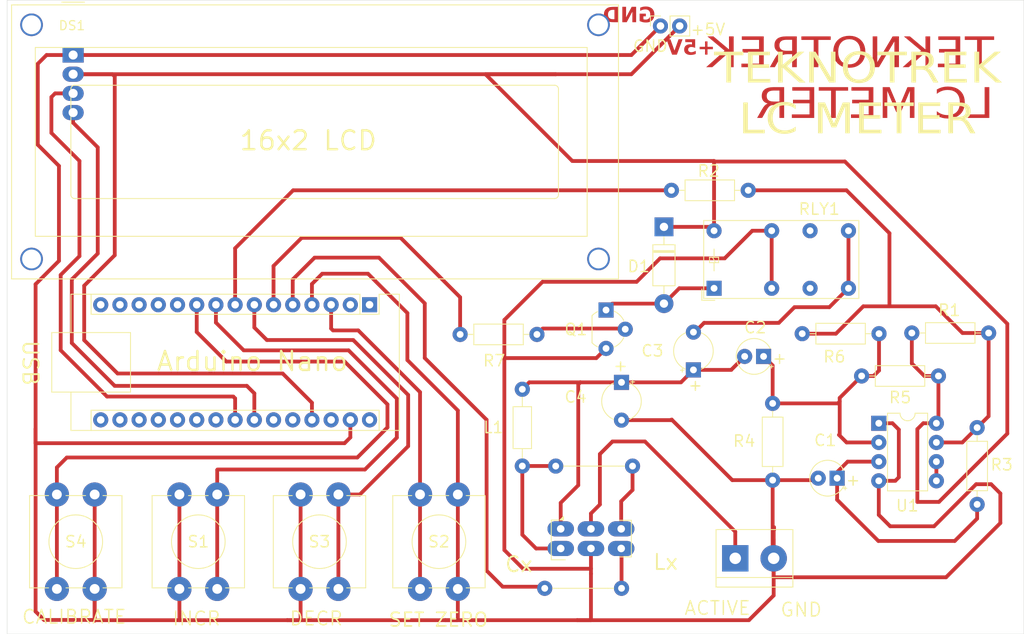
<source format=kicad_pcb>
(kicad_pcb (version 20240108) (generator "pcbnew") (generator_version "8.0")
  (layers (0 "F.Cu" signal) (31 "B.Cu" signal) (34 "B.Paste" user) (35 "F.Paste" user) (36 "B.SilkS" user "B.Silkscreen") (37 "F.SilkS" user "F.Silkscreen") (38 "B.Mask" user) (39 "F.Mask" user) (44 "Edge.Cuts" user))
  (net 0 "")
  (net 19 "Net-(A1-A5)")
  (net 20 "Net-(A1-+5V)")
  (net 21 "Net-(A1-A4)")
  (net 22 "Net-(A1-~{RESET}-Pad3)")
  (net 23 "GND")
  (net 24 "Net-(A1-D7)")
  (net 25 "Net-(A1-D6)")
  (net 26 "Net-(A1-D4)")
  (net 27 "Net-(U1--)")
  (net 28 "Net-(U1-+)")
  (net 29 "Net-(J1-Pin_1)")
  (net 30 "Net-(R1-Pad2)")
  (net 33 "Net-(U1-BAL)")
  (net 34 "Net-(D1-A)")
  (net 35 "Net-(Q1-B)")
  (net 36 "Net-(JP1-B)")
  (net 37 "Net-(JP1-A)")
  (net 38 "Net-(C2-Pad2)")
  (net 39 "Net-(A1-D3)")
  (net 40 "Net-(A1-D2)")
  (net 41 "Net-(C3-Pad2)")
  (net 42 "Net-(JP2-A)")
  (net 43 "Net-(A1-D5)")
  (footprint "My-Library:WC1602A-I2C" (layer "F.Cu") (at 79.0641 41.89)
    (property "Reference" "DS1" (at -0.1541 0.1 0) (layer "F.SilkS") (effects (font (size 1.2 1.2))))
    (property "Value" "WC1602A-I2C")
    (pad "" thru_hole circle (at -5.4991 0) (size 3 3) (drill 2.5) (layers "*.Cu" "*.Mask"))
    (pad "" thru_hole circle (at -5.4991 31.0007) (size 3 3) (drill 2.5) (layers "*.Cu" "*.Mask"))
    (pad "" thru_hole circle (at 69.49948 31.0007) (size 3 3) (drill 2.5) (layers "*.Cu" "*.Mask"))
    (pad "" thru_hole circle (at 69.5 0) (size 3 3) (drill 2.5) (layers "*.Cu" "*.Mask"))
    (pad "1" thru_hole rect (at 0 4 270) (size 2 2.8) (drill 1.2) (layers "*.Cu" "*.Mask") (net 23 "GND"))
    (pad "2" thru_hole oval (at 0 6.54 270) (size 2 2.8) (drill 1.2) (layers "*.Cu" "*.Mask") (net 20 "Net-(A1-+5V)"))
    (pad "3" thru_hole oval (at 0 9.08 270) (size 2 2.8) (drill 1.2) (layers "*.Cu" "*.Mask") (net 21 "Net-(A1-A4)"))
    (pad "4" thru_hole oval (at 0 11.62 270) (size 2 2.8) (drill 1.2) (layers "*.Cu" "*.Mask") (net 19 "Net-(A1-A5)"))
  )
  (footprint "Connector_PinSocket_2.54mm:PinSocket_1x02_P2.54mm_Vertical" (layer "F.Cu") (at 156.76 42.045 90)
    (property "Reference" "J2" (hide yes))
    (property "Value" "Power in")
    (pad "1" thru_hole circle (at 0 0 90) (size 2 2) (drill 1) (layers "*.Cu" "*.Mask") (net 23 "GND"))
    (pad "2" thru_hole circle (at 0 2.54 90) (size 2 2) (drill 1) (layers "*.Cu" "*.Mask") (net 20 "Net-(A1-+5V)"))
  )
  (footprint "Resistor_THT:R_Axial_DIN0207_L6.3mm_D2.5mm_P10.16mm_Horizontal" (layer "F.Cu") (at 151.61 116.49 180)
    (property "Reference" "JP2" (hide yes))
    (property "Value" "Jumper_2")
    (pad "1" thru_hole circle (at 0 0 270) (size 2 2) (drill 0.9) (layers "*.Cu" "*.Mask") (net 42 "Net-(JP2-A)"))
    (pad "2" thru_hole circle (at 10.16 0 270) (size 2 2) (drill 0.9) (layers "*.Cu" "*.Mask") (net 40 "Net-(A1-D2)"))
  )
  (footprint "Resistor_THT:R_Axial_DIN0207_L6.3mm_D2.5mm_P10.16mm_Horizontal" (layer "F.Cu") (at 185.67 82.78 180)
    (property "Reference" "R6" (at 5.9 -3.05 0) (layer "F.SilkS") (effects (font (size 1.5 1.5) (thickness 0.1875))))
    (property "Value" "100K")
    (pad "1" thru_hole circle (at 0 0 270) (size 2 2) (drill 0.9) (layers "*.Cu" "*.Mask") (net 28 "Net-(U1-+)"))
    (pad "2" thru_hole circle (at 10.16 0 270) (size 2 2) (drill 0.9) (layers "*.Cu" "*.Mask") (net 30 "Net-(R1-Pad2)"))
  )
  (footprint "Button_Switch_THT:SW_PUSH-12mm" (layer "F.Cu") (at 81.915 104.07 -90)
    (property "Reference" "S4" (at 6.25 2.5 180) (layer "F.SilkS") (effects (font (size 1.5 1.5) (thickness 0.1875))))
    (property "Value" "CALIBRATE")
    (pad "1" thru_hole circle (at 0 0 270) (size 3.2 3.2) (drill 1.3) (layers "*.Cu" "*.Mask") (net 23 "GND"))
    (pad "1" thru_hole circle (at 12.5 0 270) (size 3.2 3.2) (drill 1.3) (layers "*.Cu" "*.Mask") (net 23 "GND"))
    (pad "2" thru_hole circle (at 0 5 270) (size 3.2 3.2) (drill 1.3) (layers "*.Cu" "*.Mask") (net 24 "Net-(A1-D7)"))
    (pad "2" thru_hole circle (at 12.5 5 270) (size 3.2 3.2) (drill 1.3) (layers "*.Cu" "*.Mask") (net 24 "Net-(A1-D7)"))
  )
  (footprint "Capacitor_THT:CP_Radial_Tantal_D5.0mm_P5.00mm" (layer "F.Cu") (at 161.12 87.575113 90)
    (property "Reference" "C3" (at 2.525113 -5.42 180) (layer "F.SilkS") (effects (font (size 1.5 1.5) (thickness 0.1875))))
    (property "Value" "1nF")
    (pad "1" thru_hole rect (at 0 0 90) (size 2 2) (drill 0.9) (layers "*.Cu" "*.Mask") (net 38 "Net-(C2-Pad2)"))
    (pad "2" thru_hole circle (at 5 0 90) (size 2 2) (drill 0.9) (layers "*.Cu" "*.Mask") (net 41 "Net-(C3-Pad2)"))
  )
  (footprint "Button_Switch_THT:SW_PUSH-12mm" (layer "F.Cu") (at 93.125 116.57 90)
    (property "Reference" "S1" (at 6.25 2.5 180) (layer "F.SilkS") (effects (font (size 1.5 1.5) (thickness 0.1875))))
    (property "Value" "INCR")
    (pad "1" thru_hole circle (at 0 0 90) (size 3.2 3.2) (drill 1.3) (layers "*.Cu" "*.Mask") (net 23 "GND"))
    (pad "1" thru_hole circle (at 12.5 0 90) (size 3.2 3.2) (drill 1.3) (layers "*.Cu" "*.Mask") (net 23 "GND"))
    (pad "2" thru_hole circle (at 0 5 90) (size 3.2 3.2) (drill 1.3) (layers "*.Cu" "*.Mask") (net 25 "Net-(A1-D6)"))
    (pad "2" thru_hole circle (at 12.5 5 90) (size 3.2 3.2) (drill 1.3) (layers "*.Cu" "*.Mask") (net 25 "Net-(A1-D6)"))
  )
  (footprint "Resistor_THT:R_Axial_DIN0207_L6.3mm_D2.5mm_P10.16mm_Horizontal" (layer "F.Cu") (at 193.53 88.38 180)
    (property "Reference" "R5" (at 5.07 -2.85 0) (layer "F.SilkS") (effects (font (size 1.5 1.5) (thickness 0.1875))))
    (property "Value" "100K")
    (pad "1" thru_hole circle (at 0 0 270) (size 2 2) (drill 0.9) (layers "*.Cu" "*.Mask") (net 20 "Net-(A1-+5V)"))
    (pad "2" thru_hole circle (at 10.16 0 270) (size 2 2) (drill 0.9) (layers "*.Cu" "*.Mask") (net 28 "Net-(U1-+)"))
  )
  (footprint "Capacitor_THT:CP_Radial_Tantal_D5.0mm_P5.00mm" (layer "F.Cu") (at 151.605 89.224888 -90)
    (property "Reference" "C4" (at 1.935112 6.075 0) (layer "F.SilkS") (effects (font (size 1.5 1.5) (thickness 0.1875))))
    (property "Value" "1nF")
    (pad "1" thru_hole rect (at 0 0 270) (size 2 2) (drill 0.9) (layers "*.Cu" "*.Mask") (net 38 "Net-(C2-Pad2)"))
    (pad "2" thru_hole circle (at 5 0 270) (size 2 2) (drill 0.9) (layers "*.Cu" "*.Mask") (net 23 "GND"))
  )
  (footprint "Button_Switch_THT:SW_PUSH-12mm" (layer "F.Cu") (at 124.955 116.57 90)
    (property "Reference" "S2" (at 6.25 2.5 180) (layer "F.SilkS") (effects (font (size 1.5 1.5) (thickness 0.1875))))
    (property "Value" "SET ZERO")
    (pad "1" thru_hole circle (at 0 0 90) (size 3.2 3.2) (drill 1.3) (layers "*.Cu" "*.Mask") (net 22 "Net-(A1-~{RESET}-Pad3)"))
    (pad "1" thru_hole circle (at 12.5 0 90) (size 3.2 3.2) (drill 1.3) (layers "*.Cu" "*.Mask") (net 22 "Net-(A1-~{RESET}-Pad3)"))
    (pad "2" thru_hole circle (at 0 5 90) (size 3.2 3.2) (drill 1.3) (layers "*.Cu" "*.Mask") (net 23 "GND"))
    (pad "2" thru_hole circle (at 12.5 5 90) (size 3.2 3.2) (drill 1.3) (layers "*.Cu" "*.Mask") (net 23 "GND"))
  )
  (footprint "My-Library:TIANBO-HJR1-2CL-05V-footer" (layer "F.Cu") (at 163.85 76.77)
    (property "Reference" "RLY1" (at 13.91 -10.49 0) (layer "F.SilkS") (effects (font (size 1.5 1.5) (thickness 0.1875))))
    (property "Value" "5V/10mA")
    (pad "1" thru_hole circle (at 0 -7.62 90) (size 2 2) (drill 0.9) (layers "*.Cu" "*.Mask") (net 20 "Net-(A1-+5V)"))
    (pad "4" thru_hole circle (at 7.62 -7.62 90) (size 2 2) (drill 0.9) (layers "*.Cu" "*.Mask") (net 23 "GND"))
    (pad "6" thru_hole circle (at 12.7 -7.62 90) (size 2 2) (drill 0.9) (layers "*.Cu" "*.Mask"))
    (pad "8" thru_hole circle (at 17.78 -7.62 90) (size 2 2) (drill 0.9) (layers "*.Cu" "*.Mask") (net 41 "Net-(C3-Pad2)"))
    (pad "9" thru_hole circle (at 17.78 0 90) (size 2 2) (drill 0.9) (layers "*.Cu" "*.Mask") (net 41 "Net-(C3-Pad2)"))
    (pad "11" thru_hole circle (at 12.7 0 90) (size 2 2) (drill 0.9) (layers "*.Cu" "*.Mask"))
    (pad "13" thru_hole circle (at 7.62 0 90) (size 2 2) (drill 0.9) (layers "*.Cu" "*.Mask") (net 23 "GND"))
    (pad "16" thru_hole rect (at 0 0) (size 2 2) (drill 0.9) (layers "*.Cu" "*.Mask") (net 34 "Net-(D1-A)"))
  )
  (footprint "Package_TO_SOT_THT:TO-92_Wide" (layer "F.Cu") (at 149.56 79.65 -90)
    (property "Reference" "Q1" (at 2.57 3.98 180) (layer "F.SilkS") (effects (font (size 1.5 1.5) (thickness 0.1875))))
    (property "Value" "BC547")
    (pad "1" thru_hole rect (at 0 0 270) (size 2 2) (drill 0.9) (layers "*.Cu" "*.Mask") (net 34 "Net-(D1-A)"))
    (pad "2" thru_hole circle (at 2.54 -2.54) (size 2 2) (drill 0.9) (layers "*.Cu" "*.Mask") (net 35 "Net-(Q1-B)"))
    (pad "3" thru_hole circle (at 5.08 0) (size 2 2) (drill 0.9) (layers "*.Cu" "*.Mask") (net 23 "GND"))
  )
  (footprint "My-Library:SW_CK_" (layer "F.Cu") (at 147.565 111.2175)
    (property "Reference" "SW1" (hide yes))
    (property "Value" "SW_Slide_DPDT")
    (pad "1" thru_hole oval (at -4 -2.6) (size 3.5 2) (drill 1) (layers "*.Cu" "*.Mask") (net 38 "Net-(C2-Pad2)"))
    (pad "2" thru_hole oval (at 0 -2.6) (size 3.5 2) (drill 1) (layers "*.Cu" "*.Mask") (net 29 "Net-(J1-Pin_1)"))
    (pad "3" thru_hole oval (at 4 -2.6) (size 3.5 2) (drill 1) (layers "*.Cu" "*.Mask") (net 36 "Net-(JP1-B)"))
    (pad "4" thru_hole oval (at 4 0) (size 3.5 2) (drill 1) (layers "*.Cu" "*.Mask") (net 42 "Net-(JP2-A)"))
    (pad "5" thru_hole oval (at 0 0) (size 3.5 2) (drill 1) (layers "*.Cu" "*.Mask") (net 23 "GND"))
    (pad "6" thru_hole oval (at -4 0) (size 3.5 2) (drill 1) (layers "*.Cu" "*.Mask") (net 37 "Net-(JP1-A)"))
  )
  (footprint "Diode_THT:D_DO-41_SOD81_P10.16mm_Horizontal" (layer "F.Cu") (at 157.22 68.64 -90)
    (property "Reference" "D1" (at 5.23 3.34 180) (layer "F.SilkS") (effects (font (size 1.5 1.5) (thickness 0.1875))))
    (property "Value" "1N4007")
    (pad "1" thru_hole rect (at 0 0 270) (size 2.5 2.5) (drill 1.1) (layers "*.Cu" "*.Mask") (net 20 "Net-(A1-+5V)"))
    (pad "2" thru_hole circle (at 10.16 0 270) (size 2.5 2.5) (drill 1.1) (layers "*.Cu" "*.Mask") (net 34 "Net-(D1-A)"))
  )
  (footprint "Resistor_THT:R_Axial_DIN0207_L6.3mm_D2.5mm_P10.16mm_Horizontal" (layer "F.Cu") (at 190.01 82.69)
    (property "Reference" "R1" (at 4.95 -3.01 0) (layer "F.SilkS") (effects (font (size 1.5 1.5) (thickness 0.1875))))
    (property "Value" "4.7K")
    (pad "1" thru_hole circle (at 0 0 90) (size 2 2) (drill 0.9) (layers "*.Cu" "*.Mask") (net 20 "Net-(A1-+5V)"))
    (pad "2" thru_hole circle (at 10.16 0 90) (size 2 2) (drill 0.9) (layers "*.Cu" "*.Mask") (net 30 "Net-(R1-Pad2)"))
  )
  (footprint "Package_DIP:DIP-8_W7.62mm" (layer "F.Cu") (at 185.64 94.64)
    (property "Reference" "U1" (at 3.77 10.91 0) (layer "F.SilkS") (effects (font (size 1.5 1.5) (thickness 0.1875))))
    (property "Value" "LM311")
    (pad "1" thru_hole rect (at 0 0) (size 2 2) (drill 0.9) (layers "*.Cu" "*.Mask") (net 23 "GND"))
    (pad "2" thru_hole circle (at 0 2.54 90) (size 2 2) (drill 0.9) (layers "*.Cu" "*.Mask") (net 28 "Net-(U1-+)"))
    (pad "3" thru_hole circle (at 0 5.08 90) (size 2 2) (drill 0.9) (layers "*.Cu" "*.Mask") (net 27 "Net-(U1--)"))
    (pad "4" thru_hole circle (at 0 7.62 90) (size 2 2) (drill 0.9) (layers "*.Cu" "*.Mask") (net 23 "GND"))
    (pad "5" thru_hole circle (at 7.62 7.62 90) (size 2 2) (drill 0.9) (layers "*.Cu" "*.Mask") (net 33 "Net-(U1-BAL)"))
    (pad "6" thru_hole circle (at 7.62 5.08 90) (size 2 2) (drill 0.9) (layers "*.Cu" "*.Mask") (net 33 "Net-(U1-BAL)"))
    (pad "7" thru_hole circle (at 7.62 2.54 90) (size 2 2) (drill 0.9) (layers "*.Cu" "*.Mask") (net 30 "Net-(R1-Pad2)"))
    (pad "8" thru_hole circle (at 7.62 0 90) (size 2 2) (drill 0.9) (layers "*.Cu" "*.Mask") (net 20 "Net-(A1-+5V)"))
  )
  (footprint "Resistor_THT:R_Axial_DIN0207_L6.3mm_D2.5mm_P10.16mm_Horizontal" (layer "F.Cu") (at 142.905 100.31)
    (property "Reference" "JP1" (hide yes))
    (property "Value" "Jumper_2")
    (pad "1" thru_hole circle (at 0 0 90) (size 2 2) (drill 0.9) (layers "*.Cu" "*.Mask") (net 37 "Net-(JP1-A)"))
    (pad "2" thru_hole circle (at 10.16 0 90) (size 2 2) (drill 0.9) (layers "*.Cu" "*.Mask") (net 36 "Net-(JP1-B)"))
  )
  (footprint "Resistor_THT:R_Axial_DIN0207_L6.3mm_D2.5mm_P10.16mm_Horizontal" (layer "F.Cu") (at 140.42 82.88 180)
    (property "Reference" "R7" (at 5.66 -3.48 0) (layer "F.SilkS") (effects (font (size 1.5 1.5) (thickness 0.1875))))
    (property "Value" "1K")
    (pad "1" thru_hole circle (at 0 0 270) (size 2 2) (drill 0.9) (layers "*.Cu" "*.Mask") (net 35 "Net-(Q1-B)"))
    (pad "2" thru_hole circle (at 10.16 0 270) (size 2 2) (drill 0.9) (layers "*.Cu" "*.Mask") (net 39 "Net-(A1-D3)"))
  )
  (footprint "Capacitor_THT:CP_Radial_Tantal_D4.5mm_P2.50mm" (layer "F.Cu") (at 180.128856 101.91 180)
    (property "Reference" "C1" (at 1.568856 5.01 0) (layer "F.SilkS") (effects (font (size 1.5 1.5) (thickness 0.1875))))
    (property "Value" "10uF")
    (pad "1" thru_hole rect (at 0 0 180) (size 2 2) (drill 0.9) (layers "*.Cu" "*.Mask") (net 27 "Net-(U1--)"))
    (pad "2" thru_hole circle (at 2.5 0 270) (size 2 2) (drill 0.9) (layers "*.Cu" "*.Mask") (net 23 "GND"))
  )
  (footprint "Resistor_THT:R_Axial_DIN0207_L6.3mm_D2.5mm_P10.16mm_Horizontal" (layer "F.Cu") (at 198.65 105.38 90)
    (property "Reference" "R3" (at 5.25 3.25 180) (layer "F.SilkS") (effects (font (size 1.5 1.5) (thickness 0.1875))))
    (property "Value" "47K")
    (pad "1" thru_hole circle (at 0 0 180) (size 2 2) (drill 0.9) (layers "*.Cu" "*.Mask") (net 27 "Net-(U1--)"))
    (pad "2" thru_hole circle (at 10.16 0 180) (size 2 2) (drill 0.9) (layers "*.Cu" "*.Mask") (net 30 "Net-(R1-Pad2)"))
  )
  (footprint "Resistor_THT:R_Axial_DIN0207_L6.3mm_D2.5mm_P10.16mm_Horizontal" (layer "F.Cu") (at 171.6 92.01 -90)
    (property "Reference" "R4" (at 4.99 3.77 180) (layer "F.SilkS") (effects (font (size 1.5 1.5) (thickness 0.1875))))
    (property "Value" "100K")
    (pad "1" thru_hole circle (at 0 0) (size 2 2) (drill 0.9) (layers "*.Cu" "*.Mask") (net 28 "Net-(U1-+)"))
    (pad "2" thru_hole circle (at 10.16 0) (size 2 2) (drill 0.9) (layers "*.Cu" "*.Mask") (net 23 "GND"))
  )
  (footprint "Capacitor_THT:CP_Radial_Tantal_D4.5mm_P2.50mm" (layer "F.Cu") (at 170.398856 85.79 180)
    (property "Reference" "C2" (at 1.098856 3.82 0) (layer "F.SilkS") (effects (font (size 1.5 1.5) (thickness 0.1875))))
    (property "Value" "10uF")
    (pad "1" thru_hole rect (at 0 0 180) (size 2 2) (drill 0.9) (layers "*.Cu" "*.Mask") (net 28 "Net-(U1-+)"))
    (pad "2" thru_hole circle (at 2.5 0 270) (size 2 2) (drill 0.9) (layers "*.Cu" "*.Mask") (net 38 "Net-(C2-Pad2)"))
  )
  (footprint "Button_Switch_THT:SW_PUSH-12mm" (layer "F.Cu") (at 109.155 116.57 90)
    (property "Reference" "S3" (at 6.25 2.5 180) (layer "F.SilkS") (effects (font (size 1.5 1.5) (thickness 0.1875))))
    (property "Value" "DECR")
    (pad "1" thru_hole circle (at 0 0 90) (size 3.2 3.2) (drill 1.3) (layers "*.Cu" "*.Mask") (net 23 "GND"))
    (pad "1" thru_hole circle (at 12.5 0 90) (size 3.2 3.2) (drill 1.3) (layers "*.Cu" "*.Mask") (net 23 "GND"))
    (pad "2" thru_hole circle (at 0 5 90) (size 3.2 3.2) (drill 1.3) (layers "*.Cu" "*.Mask") (net 26 "Net-(A1-D4)"))
    (pad "2" thru_hole circle (at 12.5 5 90) (size 3.2 3.2) (drill 1.3) (layers "*.Cu" "*.Mask") (net 26 "Net-(A1-D4)"))
  )
  (footprint "TerminalBlock:TerminalBlock_bornier-2_P5.08mm" (layer "F.Cu") (at 166.655 112.52)
    (property "Reference" "J1" (hide yes))
    (property "Value" "Cx/Lx")
    (pad "1" thru_hole rect (at 0 0) (size 3.5 3.5) (drill 1.52) (layers "*.Cu" "*.Mask") (net 29 "Net-(J1-Pin_1)"))
    (pad "2" thru_hole circle (at 5.08 0) (size 3.5 3.5) (drill 1.52) (layers "*.Cu" "*.Mask") (net 23 "GND"))
  )
  (footprint "Resistor_THT:R_Axial_DIN0207_L6.3mm_D2.5mm_P10.16mm_Horizontal" (layer "F.Cu") (at 168.37 63.8 180)
    (property "Reference" "R2" (at 5.23 2.56 0) (layer "F.SilkS") (effects (font (size 1.5 1.5) (thickness 0.1875))))
    (property "Value" "6.8K")
    (pad "1" thru_hole circle (at 0 0 180) (size 2 2) (drill 0.9) (layers "*.Cu" "*.Mask") (net 30 "Net-(R1-Pad2)"))
    (pad "2" thru_hole circle (at 10.16 0 180) (size 2 2) (drill 0.9) (layers "*.Cu" "*.Mask") (net 43 "Net-(A1-D5)"))
  )
  (footprint "Module:Arduino_Nano" (layer "F.Cu") (at 118.275 78.95 -90)
    (property "Reference" "A1" (hide yes))
    (property "Value" "Arduino_Nano_v3.x")
    (fp_text user "USB" (at 7.71 44.875 -90) (layer "F.SilkS") (effects (font (size 2 2) (thickness 0.25))))
    (pad "1" thru_hole rect (at 0 0 270) (size 2 2) (drill 1) (layers "*.Cu" "*.Mask"))
    (pad "2" thru_hole oval (at 0 2.54 270) (size 2 2) (drill 1) (layers "*.Cu" "*.Mask"))
    (pad "3" thru_hole oval (at 0 5.08 270) (size 2 2) (drill 1) (layers "*.Cu" "*.Mask") (net 22 "Net-(A1-~{RESET}-Pad3)"))
    (pad "4" thru_hole oval (at 0 7.62 270) (size 2 2) (drill 1) (layers "*.Cu" "*.Mask") (net 23 "GND"))
    (pad "5" thru_hole oval (at 0 10.16 270) (size 2 2) (drill 1) (layers "*.Cu" "*.Mask") (net 40 "Net-(A1-D2)"))
    (pad "6" thru_hole oval (at 0 12.7 270) (size 2 2) (drill 1) (layers "*.Cu" "*.Mask") (net 39 "Net-(A1-D3)"))
    (pad "7" thru_hole oval (at 0 15.24 270) (size 2 2) (drill 1) (layers "*.Cu" "*.Mask") (net 26 "Net-(A1-D4)"))
    (pad "8" thru_hole oval (at 0 17.78 270) (size 2 2) (drill 1) (layers "*.Cu" "*.Mask") (net 43 "Net-(A1-D5)"))
    (pad "9" thru_hole oval (at 0 20.32 270) (size 2 2) (drill 1) (layers "*.Cu" "*.Mask") (net 25 "Net-(A1-D6)"))
    (pad "10" thru_hole oval (at 0 22.86 270) (size 2 2) (drill 1) (layers "*.Cu" "*.Mask") (net 24 "Net-(A1-D7)"))
    (pad "11" thru_hole oval (at 0 25.4 270) (size 2 2) (drill 1) (layers "*.Cu" "*.Mask"))
    (pad "12" thru_hole oval (at 0 27.94 270) (size 2 2) (drill 1) (layers "*.Cu" "*.Mask"))
    (pad "13" thru_hole oval (at 0 30.48 270) (size 2 2) (drill 1) (layers "*.Cu" "*.Mask"))
    (pad "14" thru_hole oval (at 0 33.02 270) (size 2 2) (drill 1) (layers "*.Cu" "*.Mask"))
    (pad "15" thru_hole oval (at 0 35.56 270) (size 2 2) (drill 1) (layers "*.Cu" "*.Mask"))
    (pad "16" thru_hole oval (at 15.24 35.56 270) (size 2 2) (drill 1) (layers "*.Cu" "*.Mask"))
    (pad "17" thru_hole oval (at 15.24 33.02 270) (size 2 2) (drill 1) (layers "*.Cu" "*.Mask"))
    (pad "18" thru_hole oval (at 15.24 30.48 270) (size 2 2) (drill 1) (layers "*.Cu" "*.Mask"))
    (pad "19" thru_hole oval (at 15.24 27.94 270) (size 2 2) (drill 1) (layers "*.Cu" "*.Mask"))
    (pad "20" thru_hole oval (at 15.24 25.4 270) (size 2 2) (drill 1) (layers "*.Cu" "*.Mask"))
    (pad "21" thru_hole oval (at 15.24 22.86 270) (size 2 2) (drill 1) (layers "*.Cu" "*.Mask"))
    (pad "22" thru_hole oval (at 15.24 20.32 270) (size 2 2) (drill 1) (layers "*.Cu" "*.Mask"))
    (pad "23" thru_hole oval (at 15.24 17.78 270) (size 2 2) (drill 1) (layers "*.Cu" "*.Mask") (net 21 "Net-(A1-A4)"))
    (pad "24" thru_hole oval (at 15.24 15.24 270) (size 2 2) (drill 1) (layers "*.Cu" "*.Mask") (net 19 "Net-(A1-A5)"))
    (pad "25" thru_hole oval (at 15.24 12.7 270) (size 2 2) (drill 1) (layers "*.Cu" "*.Mask"))
    (pad "26" thru_hole oval (at 15.24 10.16 270) (size 2 2) (drill 1) (layers "*.Cu" "*.Mask"))
    (pad "27" thru_hole oval (at 15.24 7.62 270) (size 2 2) (drill 1) (layers "*.Cu" "*.Mask") (net 20 "Net-(A1-+5V)"))
    (pad "28" thru_hole oval (at 15.24 5.08 270) (size 2 2) (drill 1) (layers "*.Cu" "*.Mask"))
    (pad "29" thru_hole oval (at 15.24 2.54 270) (size 2 2) (drill 1) (layers "*.Cu" "*.Mask") (net 23 "GND"))
    (pad "30" thru_hole oval (at 15.24 0 270) (size 2 2) (drill 1) (layers "*.Cu" "*.Mask"))
  )
  (footprint "Inductor_THT:L_Axial_L5.3mm_D2.2mm_P10.16mm_Horizontal_Vishay_IM-1" (layer "F.Cu") (at 138.485 100.3 90)
    (property "Reference" "L1" (at 5.11 -3.825 180) (layer "F.SilkS") (effects (font (size 1.5 1.5) (thickness 0.1875))))
    (property "Value" "100uH")
    (pad "1" thru_hole circle (at 0 0 180) (size 2 2) (drill 0.9) (layers "*.Cu" "*.Mask") (net 37 "Net-(JP1-A)"))
    (pad "2" thru_hole circle (at 10.16 0 180) (size 2 2) (drill 0.9) (layers "*.Cu" "*.Mask") (net 38 "Net-(C2-Pad2)"))
  )
  (gr_rect (start 70.33 38.63) (end 204.83 122.525) (stroke (width 0.05)) (fill none) (layer "Edge.Cuts"))
  (gr_text "GND" (at 156.095 40.715 0) (layer "F.Cu") (effects (font (size 2 2) (thickness 0.25) (bold yes)) (justify left mirror)))
  (gr_text "TEKNOTREK\nLC METER" (at 200.88 49.2 0) (layer "F.Cu") (effects (font (size 4 4.5) (thickness 0.5)) (justify left mirror)))
  (gr_text "+5V" (at 163.99 46.18 0) (layer "F.Cu") (effects (font (size 2 2) (thickness 0.25) (bold yes)) (justify left bottom mirror)))
  (gr_text "CALIBRATE" (at 72.18 121.32 0) (layer "F.SilkS") (effects (font (size 1.8 1.8) (thickness 0.1875)) (justify left bottom)))
  (gr_text "Lx" (at 155.65 114.19 0) (layer "F.SilkS") (effects (font (size 2 2) (thickness 0.25)) (justify left bottom)))
  (gr_text "+" (at 181.191144 103.02 0) (layer "F.SilkS") (effects (font (size 1.5 1.5) (thickness 0.1875)) (justify left bottom)))
  (gr_text "INCR" (at 92.09 121.54 0) (layer "F.SilkS") (effects (font (size 1.8 1.8) (thickness 0.1875)) (justify left bottom)))
  (gr_text "+5V" (at 160.63 43.375 0) (layer "F.SilkS") (effects (font (size 1.5 1.5) (thickness 0.1875)) (justify left bottom)))
  (gr_text "GND" (at 153.01 45.59 0) (layer "F.SilkS") (effects (font (size 1.5 1.5) (thickness 0.1875)) (justify left bottom)))
  (gr_text "+" (at 160.33 90.46 0) (layer "F.SilkS") (effects (font (size 1.5 1.5) (thickness 0.1875)) (justify left bottom)))
  (gr_text "+" (at 171.461144 86.9 0) (layer "F.SilkS") (effects (font (size 1.5 1.5) (thickness 0.1875)) (justify left bottom)))
  (gr_text "16x2 LCD " (at 100.92 58.68 0) (layer "F.SilkS") (effects (font (size 2.5 2.5) (thickness 0.3125)) (justify left bottom)))
  (gr_text "+" (at 150.43 87.88 0) (layer "F.SilkS") (effects (font (size 1.5 1.5) (thickness 0.1875)) (justify left bottom)))
  (gr_text "SET ZERO" (at 120.67 121.7 0) (layer "F.SilkS") (effects (font (size 1.8 1.8) (thickness 0.225)) (justify left bottom)))
  (gr_text "Arduino Nano" (at 89.94 87.9 0) (layer "F.SilkS") (effects (font (size 2.5 2.5) (thickness 0.3125)) (justify left bottom)))
  (gr_text "DECR" (at 107.59 121.54 0) (layer "F.SilkS") (effects (font (size 1.8 1.8) (thickness 0.1875)) (justify left bottom)))
  (gr_text "Cx" (at 136.06 114.49 0) (layer "F.SilkS") (effects (font (size 2 2) (thickness 0.25)) (justify left bottom)))
  (gr_text "TEKNOTREK\nLC METER" (at 182.84 51.23 0) (layer "F.SilkS") (effects (font (size 4 4.5) (thickness 0.5))))
  (gr_text "GND" (at 172.51 120.38 0) (layer "F.SilkS") (effects (font (size 1.8 1.8) (thickness 0.1875)) (justify left bottom)))
  (gr_text "ACTIVE" (at 159.81 120.16 0) (layer "F.SilkS") (effects (font (size 1.8 1.8) (thickness 0.1875)) (justify left bottom)))
  (segment (start 103.035 90.68) (end 103.035 94.19) (width 0.5) (layer "F.Cu") (net 19))
  (segment (start 79.0641 53.51) (end 79.0641 54.8541) (width 0.5) (layer "F.Cu") (net 19))
  (segment (start 82.32 72.17) (end 78.89 75.6) (width 0.5) (layer "F.Cu") (net 19))
  (segment (start 84.565 89.69) (end 102.045 89.69) (width 0.5) (layer "F.Cu") (net 19))
  (segment (start 79.0641 54.8541) (end 82.32 58.11) (width 0.5) (layer "F.Cu") (net 19))
  (segment (start 102.045 89.69) (end 103.035 90.68) (width 0.5) (layer "F.Cu") (net 19))
  (segment (start 78.89 75.6) (end 78.89 84.015) (width 0.5) (layer "F.Cu") (net 19))
  (segment (start 82.32 58.11) (end 82.32 72.17) (width 0.5) (layer "F.Cu") (net 19))
  (segment (start 78.89 84.015) (end 84.565 89.69) (width 0.5) (layer "F.Cu") (net 19))
  (segment (start 80.53 76.43) (end 80.53 83.635) (width 0.5) (layer "F.Cu") (net 20))
  (segment (start 84.945 88.05) (end 106.78 88.05) (width 0.5) (layer "F.Cu") (net 20))
  (segment (start 110.655 91.925) (end 110.655 94.19) (width 0.5) (layer "F.Cu") (net 20))
  (segment (start 181.16 59.99) (end 163.85 59.99) (width 0.5) (layer "F.Cu") (net 20))
  (segment (start 190.74 95.42) (end 190.74 105.05) (width 0.5) (layer "F.Cu") (net 20))
  (segment (start 163.85 59.92) (end 145.1 59.92) (width 0.5) (layer "F.Cu") (net 20))
  (segment (start 145.1 59.92) (end 133.61 48.43) (width 0.5) (layer "F.Cu") (net 20))
  (segment (start 157.22 68.64) (end 163.34 68.64) (width 0.5) (layer "F.Cu") (net 20))
  (segment (start 193.53 94.37) (end 193.26 94.64) (width 0.5) (layer "F.Cu") (net 20))
  (segment (start 193.6 105.05) (end 202.64 96.01) (width 0.5) (layer "F.Cu") (net 20))
  (segment (start 193.53 88.38) (end 193.53 94.37) (width 0.5) (layer "F.Cu") (net 20))
  (segment (start 106.78 88.05) (end 110.655 91.925) (width 0.5) (layer "F.Cu") (net 20))
  (segment (start 202.64 81.47) (end 181.16 59.99) (width 0.5) (layer "F.Cu") (net 20))
  (segment (start 190.01 82.69) (end 190.01 86.72) (width 0.5) (layer "F.Cu") (net 20))
  (segment (start 79.0641 48.43) (end 84.27 48.43) (width 0.5) (layer "F.Cu") (net 20))
  (segment (start 191.67 88.38) (end 193.53 88.38) (width 0.5) (layer "F.Cu") (net 20))
  (segment (start 84.57 72.39) (end 80.53 76.43) (width 0.5) (layer "F.Cu") (net 20))
  (segment (start 191.52 94.64) (end 190.74 95.42) (width 0.5) (layer "F.Cu") (net 20))
  (segment (start 159.3 42.045) (end 152.915 48.43) (width 0.5) (layer "F.Cu") (net 20))
  (segment (start 163.85 69.15) (end 163.85 59.92) (width 0.5) (layer "F.Cu") (net 20))
  (segment (start 152.915 48.43) (end 142.91 48.43) (width 0.5) (layer "F.Cu") (net 20))
  (segment (start 163.34 68.64) (end 163.85 69.15) (width 0.5) (layer "F.Cu") (net 20))
  (segment (start 80.53 83.635) (end 84.945 88.05) (width 0.5) (layer "F.Cu") (net 20))
  (segment (start 84.57 48.73) (end 84.57 72.39) (width 0.5) (layer "F.Cu") (net 20))
  (segment (start 190.01 86.72) (end 191.67 88.38) (width 0.5) (layer "F.Cu") (net 20))
  (segment (start 133.61 48.43) (end 142.91 48.43) (width 0.5) (layer "F.Cu") (net 20))
  (segment (start 190.74 105.05) (end 193.6 105.05) (width 0.5) (layer "F.Cu") (net 20))
  (segment (start 142.91 48.43) (end 79.0641 48.43) (width 0.5) (layer "F.Cu") (net 20))
  (segment (start 84.27 48.43) (end 84.57 48.73) (width 0.5) (layer "F.Cu") (net 20))
  (segment (start 202.64 96.01) (end 202.64 81.47) (width 0.5) (layer "F.Cu") (net 20))
  (segment (start 193.26 94.64) (end 191.52 94.64) (width 0.5) (layer "F.Cu") (net 20))
  (segment (start 77.42 75) (end 79.9 72.52) (width 0.5) (layer "F.Cu") (net 21))
  (segment (start 100.495 94.19) (end 100.495 91.35) (width 0.5) (layer "F.Cu") (net 21))
  (segment (start 76.68 50.97) (end 79.0641 50.97) (width 0.5) (layer "F.Cu") (net 21))
  (segment (start 100.245 91.1) (end 83.545 91.1) (width 0.5) (layer "F.Cu") (net 21))
  (segment (start 79.9 72.52) (end 79.9 59.91) (width 0.5) (layer "F.Cu") (net 21))
  (segment (start 83.545 91.1) (end 77.42 84.975) (width 0.5) (layer "F.Cu") (net 21))
  (segment (start 76.19 56.2) (end 76.19 51.46) (width 0.5) (layer "F.Cu") (net 21))
  (segment (start 79.9 59.91) (end 76.19 56.2) (width 0.5) (layer "F.Cu") (net 21))
  (segment (start 76.19 51.46) (end 76.68 50.97) (width 0.5) (layer "F.Cu") (net 21))
  (segment (start 77.42 84.975) (end 77.42 75) (width 0.5) (layer "F.Cu") (net 21))
  (segment (start 100.495 91.35) (end 100.245 91.1) (width 0.5) (layer "F.Cu") (net 21))
  (segment (start 124.955 104.07) (end 124.955 116.57) (width 0.5) (layer "F.Cu") (net 22))
  (segment (start 113.195 82.1) (end 113.445 82.35) (width 0.5) (layer "F.Cu") (net 22))
  (segment (start 124.955 90.52) (end 124.955 104.07) (width 0.5) (layer "F.Cu") (net 22))
  (segment (start 116.785 82.35) (end 124.955 90.52) (width 0.5) (layer "F.Cu") (net 22))
  (segment (start 113.445 82.35) (end 116.785 82.35) (width 0.5) (layer "F.Cu") (net 22))
  (segment (start 113.195 78.95) (end 113.195 82.1) (width 0.5) (layer "F.Cu") (net 22))
  (segment (start 93.125 116.57) (end 93.125 104.07) (width 0.5) (layer "F.Cu") (net 23))
  (segment (start 93.125 120.71) (end 107.375 120.71) (width 0.5) (layer "F.Cu") (net 23))
  (segment (start 107.375 120.71) (end 109.185 120.71) (width 0.5) (layer "F.Cu") (net 23))
  (segment (start 128.265 120.71) (end 107.375 120.71) (width 0.5) (layer "F.Cu") (net 23))
  (segment (start 201.72 107.85) (end 194.54 115.03) (width 0.5) (layer "F.Cu") (net 23))
  (segment (start 156.76 42.045) (end 152.915 45.89) (width 0.5) (layer "F.Cu") (net 23))
  (segment (start 81.915 104.07) (end 81.915 116.57) (width 0.5) (layer "F.Cu") (net 23))
  (segment (start 171.735 117.435) (end 168.46 120.71) (width 0.5) (layer "F.Cu") (net 23))
  (segment (start 198.52 102.71) (end 200.5 102.71) (width 0.5) (layer "F.Cu") (net 23))
  (segment (start 112.02 74.84) (end 118.07 74.84) (width 0.5) (layer "F.Cu") (net 23))
  (segment (start 177.368856 102.17) (end 177.628856 101.91) (width 0.5) (layer "F.Cu") (net 23))
  (segment (start 171.735 112.52) (end 171.735 117.435) (width 0.5) (layer "F.Cu") (net 23))
  (segment (start 171.6 102.17) (end 171.6 112.385) (width 0.5) (layer "F.Cu") (net 23))
  (segment (start 129.955 104.07) (end 129.955 116.57) (width 0.5) (layer "F.Cu") (net 23))
  (segment (start 171.735 109.965) (end 171.735 112.52) (width 0.5) (layer "F.Cu") (net 23))
  (segment (start 114.97 97.28) (end 74.1 97.28) (width 0.5) (layer "F.Cu") (net 23))
  (segment (start 147.565 114.57) (end 147.565 111.2175) (width 0.5) (layer "F.Cu") (net 23))
  (segment (start 165.25 72.81) (end 156.71 72.81) (width 0.5) (layer "F.Cu") (net 23))
  (segment (start 185.64 102.26) (end 185.64 106.77) (width 0.5) (layer "F.Cu") (net 23))
  (segment (start 136.11 111.42) (end 138.59 113.9) (width 0.5) (layer "F.Cu") (net 23))
  (segment (start 187.82 102.26) (end 185.64 102.26) (width 0.5) (layer "F.Cu") (net 23))
  (segment (start 147.565 120.71) (end 147.565 114.57) (width 0.5) (layer "F.Cu") (net 23))
  (segment (start 115.735 96.515) (end 114.97 97.28) (width 0.5) (layer "F.Cu") (net 23))
  (segment (start 138.59 113.9) (end 147.545 113.9) (width 0.5) (layer "F.Cu") (net 23))
  (segment (start 136.11 86.01) (end 136.11 111.42) (width 0.5) (layer "F.Cu") (net 23))
  (segment (start 166.26 102.17) (end 158.24 94.15) (width 0.5) (layer "F.Cu") (net 23))
  (segment (start 74.1 119.56) (end 75.22 120.68) (width 0.5) (layer "F.Cu") (net 23))
  (segment (start 171.47 69.15) (end 171.47 76.77) (width 0.5) (layer "F.Cu") (net 23))
  (segment (start 171.785 108.74) (end 171.735 108.79) (width 0.5) (layer "F.Cu") (net 23))
  (segment (start 192.95 108.28) (end 198.52 102.71) (width 0.5) (layer "F.Cu") (net 23))
  (segment (start 141.16 75.91) (end 136.11 80.96) (width 0.5) (layer "F.Cu") (net 23))
  (segment (start 109.155 104.07) (end 109.155 116.57) (width 0.5) (layer "F.Cu") (net 23))
  (segment (start 123.28 80.05) (end 123.28 86.27) (width 0.5) (layer "F.Cu") (net 23))
  (segment (start 171.735 115.03) (end 171.735 112.52) (width 0.5) (layer "F.Cu") (net 23))
  (segment (start 147.545 113.9) (end 147.565 113.88) (width 0.5) (layer "F.Cu") (net 23))
  (segment (start 79.0641 45.89) (end 75.55 45.89) (width 0.5) (layer "F.Cu") (net 23))
  (segment (start 148.28 86.01) (end 136.11 86.01) (width 0.5) (layer "F.Cu") (net 23))
  (segment (start 171.785 108.39) (end 171.785 108.74) (width 0.5) (layer "F.Cu") (net 23))
  (segment (start 149.56 84.73) (end 148.28 86.01) (width 0.5) (layer "F.Cu") (net 23))
  (segment (start 201.72 103.93) (end 201.72 107.85) (width 0.5) (layer "F.Cu") (net 23))
  (segment (start 77.19 73.14) (end 74.1 76.23) (width 0.5) (layer "F.Cu") (net 23))
  (segment (start 118.07 74.84) (end 123.28 80.05) (width 0.5) (layer "F.Cu") (net 23))
  (segment (start 187.45 94.64) (end 188.29 95.48) (width 0.5) (layer "F.Cu") (net 23))
  (segment (start 171.47 69.15) (end 168.91 69.15) (width 0.5) (layer "F.Cu") (net 23))
  (segment (start 129.955 92.945) (end 129.955 104.07) (width 0.5) (layer "F.Cu") (net 23))
  (segment (start 152.915 45.89) (end 79.0641 45.89) (width 0.5) (layer "F.Cu") (net 23))
  (segment (start 74.1 76.23) (end 74.1 95.4) (width 0.5) (layer "F.Cu") (net 23))
  (segment (start 145.735 120.71) (end 147.565 120.71) (width 0.5) (layer "F.Cu") (net 23))
  (segment (start 129.955 116.57) (end 129.955 120.635) (width 0.5) (layer "F.Cu") (net 23))
  (segment (start 110.655 78.95) (end 110.655 76.205) (width 0.5) (layer "F.Cu") (net 23))
  (segment (start 109.185 120.71) (end 109.155 120.68) (width 0.5) (layer "F.Cu") (net 23))
  (segment (start 171.6 112.385) (end 171.735 112.52) (width 0.5) (layer "F.Cu") (net 23))
  (segment (start 75.22 120.68) (end 81.915 120.68) (width 0.5) (layer "F.Cu") (net 23))
  (segment (start 115.735 94.19) (end 115.735 96.515) (width 0.5) (layer "F.Cu") (net 23))
  (segment (start 74.39 57.77) (end 77.19 60.57) (width 0.5) (layer "F.Cu") (net 23))
  (segment (start 185.64 94.64) (end 187.45 94.64) (width 0.5) (layer "F.Cu") (net 23))
  (segment (start 74.39 47.05) (end 74.39 57.77) (width 0.5) (layer "F.Cu") (net 23))
  (segment (start 81.915 116.57) (end 81.915 120.775) (width 0.5) (layer "F.Cu") (net 23))
  (segment (start 171.6 102.17) (end 166.26 102.17) (width 0.5) (layer "F.Cu") (net 23))
  (segment (start 158.24 94.15) (end 158.165112 94.224888) (width 0.5) (layer "F.Cu") (net 23))
  (segment (start 200.5 102.71) (end 201.72 103.93) (width 0.5) (layer "F.Cu") (net 23))
  (segment (start 81.915 120.775) (end 81.98 120.71) (width 0.5) (layer "F.Cu") (net 23))
  (segment (start 153.61 75.91) (end 141.16 75.91) (width 0.5) (layer "F.Cu") (net 23))
  (segment (start 168.46 120.71) (end 145.735 120.71) (width 0.5) (layer "F.Cu") (net 23))
  (segment (start 110.655 76.205) (end 112.02 74.84) (width 0.5) (layer "F.Cu") (net 23))
  (segment (start 187.15 108.28) (end 192.95 108.28) (width 0.5) (layer "F.Cu") (net 23))
  (segment (start 93.125 116.57) (end 93.125 120.71) (width 0.5) (layer "F.Cu") (net 23))
  (segment (start 129.88 120.71) (end 128.265 120.71) (width 0.5) (layer "F.Cu") (net 23))
  (segment (start 158.165112 94.224888) (end 151.605 94.224888) (width 0.5) (layer "F.Cu") (net 23))
  (segment (start 188.29 95.48) (end 188.29 101.79) (width 0.5) (layer "F.Cu") (net 23))
  (segment (start 171.735 108.79) (end 171.735 112.52) (width 0.5) (layer "F.Cu") (net 23))
  (segment (start 74.1 97.28) (end 74.1 95.4) (width 0.5) (layer "F.Cu") (net 23))
  (segment (start 81.915 120.68) (end 81.915 116.57) (width 0.5) (layer "F.Cu") (net 23))
  (segment (start 185.64 106.77) (end 187.15 108.28) (width 0.5) (layer "F.Cu") (net 23))
  (segment (start 171.6 102.17) (end 177.368856 102.17) (width 0.5) (layer "F.Cu") (net 23))
  (segment (start 128.265 120.71) (end 145.735 120.71) (width 0.5) (layer "F.Cu") (net 23))
  (segment (start 77.19 60.57) (end 77.19 73.14) (width 0.5) (layer "F.Cu") (net 23))
  (segment (start 194.54 115.03) (end 171.735 115.03) (width 0.5) (layer "F.Cu") (net 23))
  (segment (start 168.91 69.15) (end 165.25 72.81) (width 0.5) (layer "F.Cu") (net 23))
  (segment (start 188.29 101.79) (end 187.82 102.26) (width 0.5) (layer "F.Cu") (net 23))
  (segment (start 81.98 120.71) (end 93.125 120.71) (width 0.5) (layer "F.Cu") (net 23))
  (segment (start 123.28 86.27) (end 129.955 92.945) (width 0.5) (layer "F.Cu") (net 23))
  (segment (start 136.11 80.96) (end 136.11 86.01) (width 0.5) (layer "F.Cu") (net 23))
  (segment (start 129.955 120.635) (end 129.88 120.71) (width 0.5) (layer "F.Cu") (net 23))
  (segment (start 75.55 45.89) (end 74.39 47.05) (width 0.5) (layer "F.Cu") (net 23))
  (segment (start 156.71 72.81) (end 153.61 75.91) (width 0.5) (layer "F.Cu") (net 23))
  (segment (start 109.155 120.68) (end 109.155 116.57) (width 0.5) (layer "F.Cu") (net 23))
  (segment (start 74.1 95.4) (end 74.1 119.56) (width 0.5) (layer "F.Cu") (net 23))
  (segment (start 114.975 86.47) (end 120.645 92.14) (width 0.5) (layer "F.Cu") (net 24))
  (segment (start 95.415 78.95) (end 95.415 82.56) (width 0.5) (layer "F.Cu") (net 24))
  (segment (start 120.645 92.14) (end 120.645 95.19) (width 0.5) (layer "F.Cu") (net 24))
  (segment (start 95.415 82.56) (end 99.325 86.47) (width 0.5) (layer "F.Cu") (net 24))
  (segment (start 76.915 100.49) (end 76.915 104.07) (width 0.5) (layer "F.Cu") (net 24))
  (segment (start 116.665 99.17) (end 78.235 99.17) (width 0.5) (layer "F.Cu") (net 24))
  (segment (start 76.915 104.07) (end 76.915 116.57) (width 0.5) (layer "F.Cu") (net 24))
  (segment (start 120.645 95.19) (end 116.665 99.17) (width 0.5) (layer "F.Cu") (net 24))
  (segment (start 99.325 86.47) (end 114.975 86.47) (width 0.5) (layer "F.Cu") (net 24))
  (segment (start 78.235 99.17) (end 76.915 100.49) (width 0.5) (layer "F.Cu") (net 24))
  (segment (start 121.885 91.37) (end 121.885 96.545) (width 0.5) (layer "F.Cu") (net 25))
  (segment (start 97.955 81.31) (end 101.635 84.99) (width 0.5) (layer "F.Cu") (net 25))
  (segment (start 98.125 104.07) (end 98.125 116.57) (width 0.5) (layer "F.Cu") (net 25))
  (segment (start 121.885 96.545) (end 117.67 100.76) (width 0.5) (layer "F.Cu") (net 25))
  (segment (start 115.505 84.99) (end 121.885 91.37) (width 0.5) (layer "F.Cu") (net 25))
  (segment (start 98.125 100.82) (end 98.125 104.07) (width 0.5) (layer "F.Cu") (net 25))
  (segment (start 98.185 100.76) (end 98.125 100.82) (width 0.5) (layer "F.Cu") (net 25))
  (segment (start 97.955 78.95) (end 97.955 81.31) (width 0.5) (layer "F.Cu") (net 25))
  (segment (start 101.635 84.99) (end 115.505 84.99) (width 0.5) (layer "F.Cu") (net 25))
  (segment (start 117.67 100.76) (end 98.185 100.76) (width 0.5) (layer "F.Cu") (net 25))
  (segment (start 103.035 78.95) (end 103.035 81.96) (width 0.5) (layer "F.Cu") (net 26))
  (segment (start 103.035 81.96) (end 104.695 83.62) (width 0.5) (layer "F.Cu") (net 26))
  (segment (start 116.115 83.62) (end 123.385 90.89) (width 0.5) (layer "F.Cu") (net 26))
  (segment (start 114.155 104.07) (end 114.155 116.57) (width 0.5) (layer "F.Cu") (net 26))
  (segment (start 116.99 104.07) (end 114.155 104.07) (width 0.5) (layer "F.Cu") (net 26))
  (segment (start 123.385 90.89) (end 123.385 97.675) (width 0.5) (layer "F.Cu") (net 26))
  (segment (start 123.385 97.675) (end 116.99 104.07) (width 0.5) (layer "F.Cu") (net 26))
  (segment (start 104.695 83.62) (end 116.115 83.62) (width 0.5) (layer "F.Cu") (net 26))
  (segment (start 180.128856 101.111144) (end 181.52 99.72) (width 0.5) (layer "F.Cu") (net 27))
  (segment (start 181.52 99.72) (end 185.64 99.72) (width 0.5) (layer "F.Cu") (net 27))
  (segment (start 195.69 110.22) (end 185.58 110.22) (width 0.5) (layer "F.Cu") (net 27))
  (segment (start 198.65 105.38) (end 198.65 107.26) (width 0.5) (layer "F.Cu") (net 27))
  (segment (start 180.128856 104.768856) (end 180.128856 101.91) (width 0.5) (layer "F.Cu") (net 27))
  (segment (start 185.58 110.22) (end 180.128856 104.768856) (width 0.5) (layer "F.Cu") (net 27))
  (segment (start 198.65 107.26) (end 195.69 110.22) (width 0.5) (layer "F.Cu") (net 27))
  (segment (start 180.128856 101.91) (end 180.128856 101.111144) (width 0.5) (layer "F.Cu") (net 27))
  (segment (start 180.47 91.28) (end 180.47 91.77) (width 0.5) (layer "F.Cu") (net 28))
  (segment (start 171.6 92.01) (end 180.23 92.01) (width 0.5) (layer "F.Cu") (net 28))
  (segment (start 185.67 87.66) (end 184.95 88.38) (width 0.5) (layer "F.Cu") (net 28))
  (segment (start 183.37 88.38) (end 180.47 91.28) (width 0.5) (layer "F.Cu") (net 28))
  (segment (start 180.38 96.18) (end 181.38 97.18) (width 0.5) (layer "F.Cu") (net 28))
  (segment (start 171.6 92.01) (end 171.6 86.991144) (width 0.5) (layer "F.Cu") (net 28))
  (segment (start 185.67 82.78) (end 185.67 87.66) (width 0.5) (layer "F.Cu") (net 28))
  (segment (start 181.38 97.18) (end 185.64 97.18) (width 0.5) (layer "F.Cu") (net 28))
  (segment (start 180.47 91.77) (end 180.47 96.09) (width 0.5) (layer "F.Cu") (net 28))
  (segment (start 180.23 92.01) (end 180.47 91.77) (width 0.5) (layer "F.Cu") (net 28))
  (segment (start 171.6 86.991144) (end 170.398856 85.79) (width 0.5) (layer "F.Cu") (net 28))
  (segment (start 184.95 88.38) (end 183.37 88.38) (width 0.5) (layer "F.Cu") (net 28))
  (segment (start 180.47 96.09) (end 180.38 96.18) (width 0.5) (layer "F.Cu") (net 28))
  (segment (start 147.565 108.6175) (end 147.565 106.58) (width 0.5) (layer "F.Cu") (net 29))
  (segment (start 154.705 97.05) (end 166.655 109) (width 0.5) (layer "F.Cu") (net 29))
  (segment (start 148.745 98.72) (end 150.415 97.05) (width 0.5) (layer "F.Cu") (net 29))
  (segment (start 166.655 109) (end 166.655 112.52) (width 0.5) (layer "F.Cu") (net 29))
  (segment (start 150.415 97.05) (end 154.705 97.05) (width 0.5) (layer "F.Cu") (net 29))
  (segment (start 148.745 105.4) (end 148.745 98.72) (width 0.5) (layer "F.Cu") (net 29))
  (segment (start 147.565 106.58) (end 148.745 105.4) (width 0.5) (layer "F.Cu") (net 29))
  (segment (start 175.51 82.78) (end 179.97 82.78) (width 0.5) (layer "F.Cu") (net 30))
  (segment (start 200.17 93.7) (end 198.65 95.22) (width 0.5) (layer "F.Cu") (net 30))
  (segment (start 200.16 82.83) (end 200.17 82.84) (width 0.5) (layer "F.Cu") (net 30))
  (segment (start 179.97 82.78) (end 183.59 79.16) (width 0.5) (layer "F.Cu") (net 30))
  (segment (start 196.71 82.69) (end 200.17 82.69) (width 0.5) (layer "F.Cu") (net 30))
  (segment (start 193.18 79.16) (end 196.71 82.69) (width 0.5) (layer "F.Cu") (net 30))
  (segment (start 183.59 79.16) (end 187.05 79.16) (width 0.5) (layer "F.Cu") (net 30))
  (segment (start 198.65 95.22) (end 196.69 97.18) (width 0.5) (layer "F.Cu") (net 30))
  (segment (start 187.05 69.48) (end 187.05 79.16) (width 0.5) (layer "F.Cu") (net 30))
  (segment (start 200.17 82.84) (end 200.17 82.69) (width 0.5) (layer "F.Cu") (net 30))
  (segment (start 181.37 63.8) (end 187.05 69.48) (width 0.5) (layer "F.Cu") (net 30))
  (segment (start 187.05 79.16) (end 193.18 79.16) (width 0.5) (layer "F.Cu") (net 30))
  (segment (start 196.69 97.18) (end 193.26 97.18) (width 0.5) (layer "F.Cu") (net 30))
  (segment (start 168.37 63.8) (end 181.37 63.8) (width 0.5) (layer "F.Cu") (net 30))
  (segment (start 200.17 82.69) (end 200.17 93.7) (width 0.5) (layer "F.Cu") (net 30))
  (segment (start 193.26 99.72) (end 193.26 102.26) (width 0.5) (layer "F.Cu") (net 33))
  (segment (start 149.56 79.65) (end 150.41 78.8) (width 0.5) (layer "F.Cu") (net 34))
  (segment (start 150.41 78.8) (end 157.22 78.8) (width 0.5) (layer "F.Cu") (net 34))
  (segment (start 159.25 76.77) (end 157.22 78.8) (width 0.5) (layer "F.Cu") (net 34))
  (segment (start 163.85 76.77) (end 159.25 76.77) (width 0.5) (layer "F.Cu") (net 34))
  (segment (start 152.01 82.1) (end 152.1 82.19) (width 0.5) (layer "F.Cu") (net 35))
  (segment (start 140.42 82.88) (end 140.42 82.87) (width 0.5) (layer "F.Cu") (net 35))
  (segment (start 140.42 82.87) (end 141.19 82.1) (width 0.5) (layer "F.Cu") (net 35))
  (segment (start 141.19 82.1) (end 152.01 82.1) (width 0.5) (layer "F.Cu") (net 35))
  (segment (start 153.065 100.31) (end 153.065 103.47) (width 0.5) (layer "F.Cu") (net 36))
  (segment (start 153.065 103.47) (end 151.565 104.97) (width 0.5) (layer "F.Cu") (net 36))
  (segment (start 151.565 104.97) (end 151.565 108.6175) (width 0.5) (layer "F.Cu") (net 36))
  (segment (start 138.485 100.3) (end 138.485 109.395) (width 0.5) (layer "F.Cu") (net 37))
  (segment (start 142.895 100.3) (end 142.905 100.31) (width 0.5) (layer "F.Cu") (net 37))
  (segment (start 140.3075 111.2175) (end 143.565 111.2175) (width 0.5) (layer "F.Cu") (net 37))
  (segment (start 138.485 109.395) (end 140.3075 111.2175) (width 0.5) (layer "F.Cu") (net 37))
  (segment (start 138.485 100.3) (end 142.895 100.3) (width 0.5) (layer "F.Cu") (net 37))
  (segment (start 151.605 89.224888) (end 146.16 89.224888) (width 0.5) (layer "F.Cu") (net 38))
  (segment (start 143.565 108.6175) (end 143.565 105.17) (width 0.5) (layer "F.Cu") (net 38))
  (segment (start 166.113743 87.575113) (end 167.898856 85.79) (width 0.5) (layer "F.Cu") (net 38))
  (segment (start 145.885 89.499888) (end 146.16 89.224888) (width 0.5) (layer "F.Cu") (net 38))
  (segment (start 146.16 89.224888) (end 139.400112 89.224888) (width 0.5) (layer "F.Cu") (net 38))
  (segment (start 151.605 89.224888) (end 159.470225 89.224888) (width 0.5) (layer "F.Cu") (net 38))
  (segment (start 145.885 102.85) (end 145.885 89.499888) (width 0.5) (layer "F.Cu") (net 38))
  (segment (start 139.400112 89.224888) (end 138.485 90.14) (width 0.5) (layer "F.Cu") (net 38))
  (segment (start 159.470225 89.224888) (end 161.12 87.575113) (width 0.5) (layer "F.Cu") (net 38))
  (segment (start 161.12 87.575113) (end 166.113743 87.575113) (width 0.5) (layer "F.Cu") (net 38))
  (segment (start 143.565 105.17) (end 145.885 102.85) (width 0.5) (layer "F.Cu") (net 38))
  (segment (start 109.3 70.09) (end 105.575 73.815) (width 0.5) (layer "F.Cu") (net 39))
  (segment (start 130.26 82.88) (end 130.26 77.96) (width 0.5) (layer "F.Cu") (net 39))
  (segment (start 122.39 70.09) (end 109.3 70.09) (width 0.5) (layer "F.Cu") (net 39))
  (segment (start 105.575 73.815) (end 105.575 78.95) (width 0.5) (layer "F.Cu") (net 39))
  (segment (start 130.26 77.96) (end 122.39 70.09) (width 0.5) (layer "F.Cu") (net 39))
  (segment (start 119.52 72.71) (end 111.01 72.71) (width 0.5) (layer "F.Cu") (net 40))
  (segment (start 141.45 116.49) (end 141.24 116.28) (width 0.5) (layer "F.Cu") (net 40))
  (segment (start 135.89 116.28) (end 133.76 114.15) (width 0.5) (layer "F.Cu") (net 40))
  (segment (start 111.01 72.71) (end 108.115 75.605) (width 0.5) (layer "F.Cu") (net 40))
  (segment (start 133.76 94.18) (end 125.58 86) (width 0.5) (layer "F.Cu") (net 40))
  (segment (start 125.58 86) (end 125.58 78.77) (width 0.5) (layer "F.Cu") (net 40))
  (segment (start 108.115 75.605) (end 108.115 78.95) (width 0.5) (layer "F.Cu") (net 40))
  (segment (start 133.76 114.15) (end 133.76 94.18) (width 0.5) (layer "F.Cu") (net 40))
  (segment (start 141.24 116.28) (end 135.89 116.28) (width 0.5) (layer "F.Cu") (net 40))
  (segment (start 125.58 78.77) (end 119.52 72.71) (width 0.5) (layer "F.Cu") (net 40))
  (segment (start 181.6 76.77) (end 179.1 79.27) (width 0.5) (layer "F.Cu") (net 41))
  (segment (start 172.41 81.35) (end 162.53 81.35) (width 0.5) (layer "F.Cu") (net 41))
  (segment (start 181.63 69.15) (end 181.63 76.77) (width 0.5) (layer "F.Cu") (net 41))
  (segment (start 162.53 81.35) (end 161.304887 82.575113) (width 0.5) (layer "F.Cu") (net 41))
  (segment (start 179.1 79.27) (end 174.49 79.27) (width 0.5) (layer "F.Cu") (net 41))
  (segment (start 161.304887 82.575113) (end 161.12 82.575113) (width 0.5) (layer "F.Cu") (net 41))
  (segment (start 174.49 79.27) (end 172.41 81.35) (width 0.5) (layer "F.Cu") (net 41))
  (segment (start 181.63 76.77) (end 181.6 76.77) (width 0.5) (layer "F.Cu") (net 41))
  (segment (start 151.565 111.2175) (end 151.61 111.2625) (width 0.5) (layer "F.Cu") (net 42))
  (segment (start 151.61 111.2625) (end 151.61 116.49) (width 0.5) (layer "F.Cu") (net 42))
  (segment (start 100.495 71.475) (end 100.495 78.95) (width 0.5) (layer "F.Cu") (net 43))
  (segment (start 158.21 63.8) (end 108.17 63.8) (width 0.5) (layer "F.Cu") (net 43))
  (segment (start 108.17 63.8) (end 100.495 71.475) (width 0.5) (layer "F.Cu") (net 43))
)
</source>
